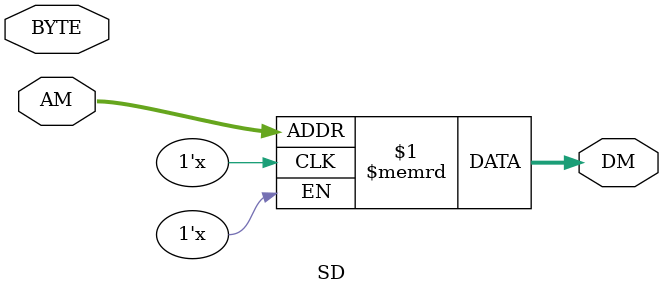
<source format=v>
module SD(
	// IN
	input [31:0] AM,  // Endereco
	input [2:0] BYTE, // Byte
	
	// OUT
	output[7:0] DM  // Dado de leitura
	
	// TIMER
	// input clk         // clock
);
	// TODO: Aumentar a memória
	
	// Memmory with 8 Byte-len
	reg[7:0] mem_d[1:0];  // Memoria de fato

	
	initial begin
		//$readmemb("init.txt", mem_d);
	end
	
		/*
		mem_d[0] <= 8'b01001000;
		mem_d[1] <= 8'b01100101;
		mem_d[2] <= 8'b01101100;
		mem_d[3] <= 8'b01101100;
		mem_d[4] <= 8'b01101111;
		mem_d[5] <= 8'b00100000;
		mem_d[6] <= 8'b01010111;
		mem_d[7] <= 8'b01101111;
		mem_d[8] <= 8'b01110010;
		mem_d[9] <= 8'b01101100;
		mem_d[10] <= 8'b01100100;	
		*/

	/*
	always @(negedge clk) begin
	
		case (EW)		
			1'b1 : mem_d[AM] <= DM_;  // Escrita habilitada
		endcase	
			
	end
	*/
	 assign DM = mem_d[AM];  // saida

endmodule

</source>
